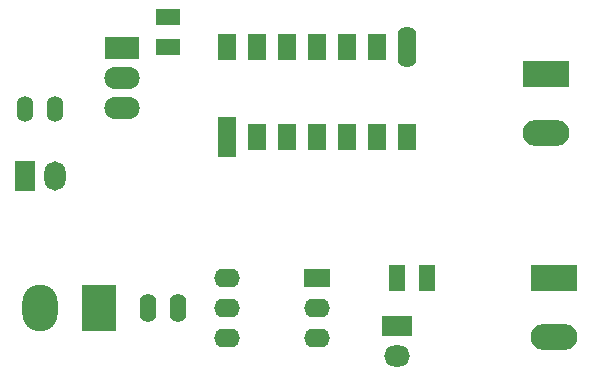
<source format=gbr>
%TF.GenerationSoftware,KiCad,Pcbnew,6.0.7+dfsg-1+b1*%
%TF.CreationDate,2022-12-02T21:53:12-05:00*%
%TF.ProjectId,control_and_power,636f6e74-726f-46c5-9f61-6e645f706f77,rev?*%
%TF.SameCoordinates,Original*%
%TF.FileFunction,Soldermask,Bot*%
%TF.FilePolarity,Negative*%
%FSLAX46Y46*%
G04 Gerber Fmt 4.6, Leading zero omitted, Abs format (unit mm)*
G04 Created by KiCad (PCBNEW 6.0.7+dfsg-1+b1) date 2022-12-02 21:53:12*
%MOMM*%
%LPD*%
G01*
G04 APERTURE LIST*
%ADD10R,1.800000X2.500000*%
%ADD11O,1.800000X2.500000*%
%ADD12O,3.000000X1.905000*%
%ADD13R,3.000000X1.905000*%
%ADD14O,2.200000X1.600000*%
%ADD15R,2.200000X1.600000*%
%ADD16R,2.500000X1.800000*%
%ADD17O,2.200000X1.800000*%
%ADD18O,1.400000X2.200000*%
%ADD19O,1.400000X2.400000*%
%ADD20R,2.000000X1.400000*%
%ADD21O,3.960000X2.200000*%
%ADD22R,3.960000X2.200000*%
%ADD23O,3.000000X3.960000*%
%ADD24R,3.000000X3.960000*%
%ADD25R,1.400000X2.200000*%
%ADD26R,1.600000X3.500000*%
%ADD27R,1.600000X2.200000*%
%ADD28O,1.600000X3.500000*%
G04 APERTURE END LIST*
D10*
%TO.C,D2*%
X125060000Y-95500000D03*
D11*
X127600000Y-95500000D03*
%TD*%
D12*
%TO.C,Q1*%
X133300000Y-89780000D03*
X133300000Y-87240000D03*
D13*
X133300000Y-84700000D03*
%TD*%
D14*
%TO.C,U2*%
X142180000Y-104175000D03*
X142180000Y-106715000D03*
X142180000Y-109255000D03*
X149800000Y-109255000D03*
X149800000Y-106715000D03*
D15*
X149800000Y-104175000D03*
%TD*%
D16*
%TO.C,D1*%
X156600000Y-108235000D03*
D17*
X156600000Y-110775000D03*
%TD*%
D18*
%TO.C,R4*%
X127620000Y-89800000D03*
X125080000Y-89800000D03*
%TD*%
D19*
%TO.C,R2*%
X135480000Y-106700000D03*
X138020000Y-106700000D03*
%TD*%
D20*
%TO.C,R3*%
X137200000Y-84620000D03*
X137200000Y-82080000D03*
%TD*%
D21*
%TO.C,SIG1*%
X169900000Y-109100000D03*
D22*
X169900000Y-104100000D03*
%TD*%
D21*
%TO.C,OUT1*%
X169200000Y-91835000D03*
D22*
X169200000Y-86835000D03*
%TD*%
D23*
%TO.C,5V1*%
X126365000Y-106700000D03*
D24*
X131365000Y-106700000D03*
%TD*%
D25*
%TO.C,R1*%
X156580000Y-104100000D03*
X159120000Y-104100000D03*
%TD*%
D26*
%TO.C,U1*%
X142175000Y-92220000D03*
D27*
X144715000Y-92220000D03*
X147255000Y-92220000D03*
X149795000Y-92220000D03*
X152335000Y-92220000D03*
X154875000Y-92220000D03*
X157415000Y-92220000D03*
D28*
X157415000Y-84600000D03*
D27*
X154875000Y-84600000D03*
X152335000Y-84600000D03*
X149795000Y-84600000D03*
X147255000Y-84600000D03*
X144715000Y-84600000D03*
X142175000Y-84600000D03*
%TD*%
M02*

</source>
